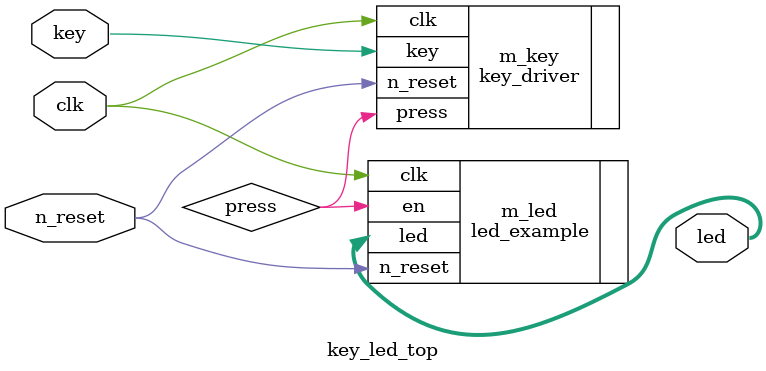
<source format=v>


module key_led_top( clk, n_reset,key,led);
input clk,n_reset,key;
output wire [3:0]led;


wire press;

key_driver m_key(
        .clk(clk),
        .n_reset(n_reset),
        .key(key),
        .press(press)
);
led_example m_led(
        .clk(clk),
        .n_reset(n_reset),
        .en(press),
        .led(led)
);

//<statements>

endmodule


</source>
